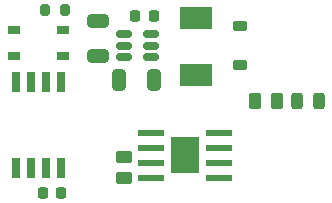
<source format=gbr>
%TF.GenerationSoftware,KiCad,Pcbnew,7.0.2-0*%
%TF.CreationDate,2023-05-15T10:38:26-07:00*%
%TF.ProjectId,RagGuard_V2,52616747-7561-4726-945f-56322e6b6963,rev?*%
%TF.SameCoordinates,Original*%
%TF.FileFunction,Paste,Top*%
%TF.FilePolarity,Positive*%
%FSLAX46Y46*%
G04 Gerber Fmt 4.6, Leading zero omitted, Abs format (unit mm)*
G04 Created by KiCad (PCBNEW 7.0.2-0) date 2023-05-15 10:38:26*
%MOMM*%
%LPD*%
G01*
G04 APERTURE LIST*
G04 Aperture macros list*
%AMRoundRect*
0 Rectangle with rounded corners*
0 $1 Rounding radius*
0 $2 $3 $4 $5 $6 $7 $8 $9 X,Y pos of 4 corners*
0 Add a 4 corners polygon primitive as box body*
4,1,4,$2,$3,$4,$5,$6,$7,$8,$9,$2,$3,0*
0 Add four circle primitives for the rounded corners*
1,1,$1+$1,$2,$3*
1,1,$1+$1,$4,$5*
1,1,$1+$1,$6,$7*
1,1,$1+$1,$8,$9*
0 Add four rect primitives between the rounded corners*
20,1,$1+$1,$2,$3,$4,$5,0*
20,1,$1+$1,$4,$5,$6,$7,0*
20,1,$1+$1,$6,$7,$8,$9,0*
20,1,$1+$1,$8,$9,$2,$3,0*%
G04 Aperture macros list end*
%ADD10RoundRect,0.150000X-0.512500X-0.150000X0.512500X-0.150000X0.512500X0.150000X-0.512500X0.150000X0*%
%ADD11RoundRect,0.250000X-0.325000X-0.650000X0.325000X-0.650000X0.325000X0.650000X-0.325000X0.650000X0*%
%ADD12R,0.650000X1.700000*%
%ADD13RoundRect,0.225000X0.375000X-0.225000X0.375000X0.225000X-0.375000X0.225000X-0.375000X-0.225000X0*%
%ADD14RoundRect,0.250000X0.262500X0.450000X-0.262500X0.450000X-0.262500X-0.450000X0.262500X-0.450000X0*%
%ADD15R,2.400000X3.100000*%
%ADD16R,2.200000X0.500000*%
%ADD17RoundRect,0.250000X0.450000X-0.262500X0.450000X0.262500X-0.450000X0.262500X-0.450000X-0.262500X0*%
%ADD18RoundRect,0.225000X0.225000X0.250000X-0.225000X0.250000X-0.225000X-0.250000X0.225000X-0.250000X0*%
%ADD19R,2.790000X1.903000*%
%ADD20R,1.050000X0.650000*%
%ADD21RoundRect,0.243750X-0.243750X-0.456250X0.243750X-0.456250X0.243750X0.456250X-0.243750X0.456250X0*%
%ADD22RoundRect,0.250000X-0.650000X0.325000X-0.650000X-0.325000X0.650000X-0.325000X0.650000X0.325000X0*%
%ADD23RoundRect,0.200000X0.200000X0.275000X-0.200000X0.275000X-0.200000X-0.275000X0.200000X-0.275000X0*%
G04 APERTURE END LIST*
D10*
%TO.C,U2*%
X196193517Y-108344119D03*
X196193517Y-109294119D03*
X196193517Y-110244119D03*
X198468517Y-110244119D03*
X198468517Y-109294119D03*
X198468517Y-108344119D03*
%TD*%
D11*
%TO.C,C1*%
X195834490Y-112209274D03*
X198784490Y-112209274D03*
%TD*%
D12*
%TO.C,U1*%
X190905000Y-112350000D03*
X189635000Y-112350000D03*
X188365000Y-112350000D03*
X187095000Y-112350000D03*
X187095000Y-119650000D03*
X188365000Y-119650000D03*
X189635000Y-119650000D03*
X190905000Y-119650000D03*
%TD*%
D13*
%TO.C,D2*%
X206082351Y-110918376D03*
X206082351Y-107618376D03*
%TD*%
D14*
%TO.C,R2*%
X209181961Y-113995799D03*
X207356961Y-113995799D03*
%TD*%
D15*
%TO.C,U3*%
X201410000Y-118580000D03*
D16*
X198535000Y-116675000D03*
X198535000Y-117945000D03*
X198535000Y-119215000D03*
X198535000Y-120485000D03*
X204285000Y-120485000D03*
X204285000Y-119215000D03*
X204285000Y-117945000D03*
X204285000Y-116675000D03*
%TD*%
D17*
%TO.C,R1*%
X196210000Y-120512500D03*
X196210000Y-118687500D03*
%TD*%
D18*
%TO.C,C5*%
X190915000Y-121730000D03*
X189365000Y-121730000D03*
%TD*%
D19*
%TO.C,L1*%
X202289724Y-111771249D03*
X202289724Y-106918249D03*
%TD*%
D20*
%TO.C,SW1*%
X191071643Y-110140493D03*
X186921643Y-110140493D03*
X191071643Y-107990493D03*
X186921643Y-107990493D03*
%TD*%
D21*
%TO.C,D1*%
X210831961Y-113995799D03*
X212706961Y-113995799D03*
%TD*%
D18*
%TO.C,C2*%
X198743517Y-106744119D03*
X197193517Y-106744119D03*
%TD*%
D22*
%TO.C,C4*%
X194052627Y-107240246D03*
X194052627Y-110190246D03*
%TD*%
D23*
%TO.C,R3*%
X191211715Y-106292349D03*
X189561715Y-106292349D03*
%TD*%
M02*

</source>
